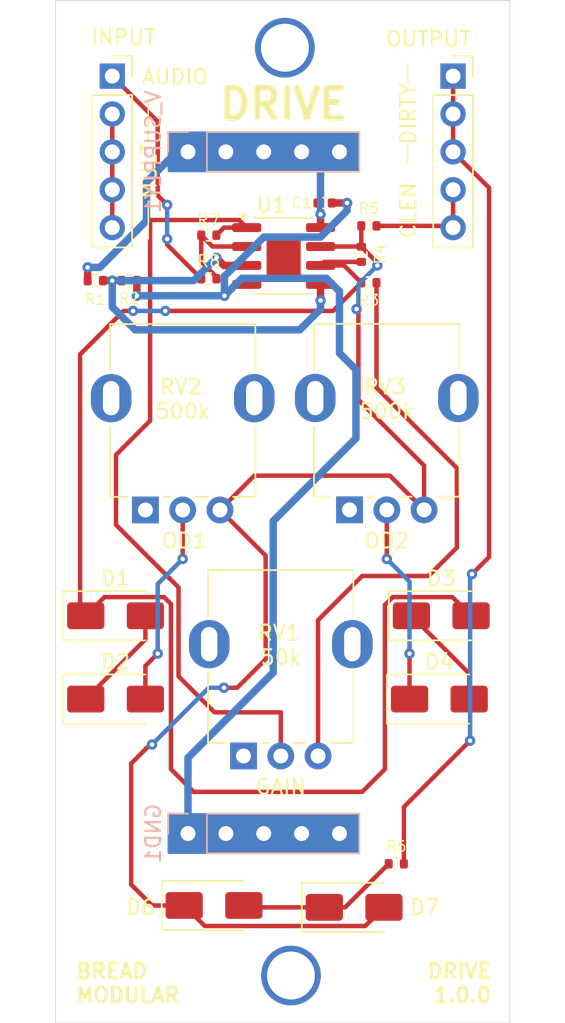
<source format=kicad_pcb>
(kicad_pcb (version 20240108) (generator "pcbnew") (generator_version "8.0")
  (layers (0 "F.Cu" signal) (31 "B.Cu" signal) (34 "B.Paste" user) (35 "F.Paste" user) (36 "B.SilkS" user "B.Silkscreen") (37 "F.SilkS" user "F.Silkscreen") (38 "B.Mask" user) (39 "F.Mask" user) (44 "Edge.Cuts" user))
  (net 0 "")
  (net 1 "GND")
  (net 2 "Net-(D1-A)")
  (net 3 "Net-(D1-K)")
  (net 4 "Net-(D2-A)")
  (net 5 "Net-(D3-K)")
  (net 6 "Net-(D4-K)")
  (net 7 "Net-(D6-A)")
  (net 8 "Net-(D6-K)")
  (net 9 "Net-(INPUT1-Pin_2)")
  (net 10 "AUDIO_IN")
  (net 11 "AUDIO_OUT_CLEAN")
  (net 12 "V_SUPPLY")
  (net 13 "AUDIO_OUT_DIRTY")
  (net 14 "V_MID")
  (net 15 "Net-(R3-Pad1)")
  (net 17 "Net-(U1A--)")
  (net 20 "Net-(R7-Pad2)")
  (footprint "Package_SO:SOIC-8-1EP_3.9x4.9mm_P1.27mm_EP2.29x3mm" (layer "F.Cu") (at 62.295 57.785)
    (property "Reference" "U1" (at -0.827 -3.429 0) (layer "F.SilkS"))
    (property "Value" "MCP6002-xSN")
    (fp_line (start 0 -2.56) (end -1.95 -2.56) (stroke (width 0.12)) (layer "F.SilkS"))
    (fp_line (start 0 -2.56) (end 1.95 -2.56) (stroke (width 0.12)) (layer "F.SilkS"))
    (fp_line (start 0 2.56) (end -1.95 2.56) (stroke (width 0.12)) (layer "F.SilkS"))
    (fp_line (start 0 2.56) (end 1.95 2.56) (stroke (width 0.12)) (layer "F.SilkS"))
    (fp_poly (pts (xy -2.7 -2.465) (xy -2.94 -2.795) (xy -2.46 -2.795) (xy -2.7 -2.465)) (stroke (width 0.12)) (fill solid) (layer "F.SilkS"))
    (pad "1" smd roundrect (at -2.475 -1.905) (size 1.95 0.6) (layers "F.Cu" "F.Paste" "F.Mask") (net 20 "Net-(R7-Pad2)"))
    (pad "2" smd roundrect (at -2.475 -0.635) (size 1.95 0.6) (layers "F.Cu" "F.Paste" "F.Mask") (net 17 "Net-(U1A--)"))
    (pad "3" smd roundrect (at -2.475 0.635) (size 1.95 0.6) (layers "F.Cu" "F.Paste" "F.Mask") (net 14 "V_MID"))
    (pad "4" smd roundrect (at -2.475 1.905) (size 1.95 0.6) (layers "F.Cu" "F.Paste" "F.Mask") (net 1 "GND"))
    (pad "5" smd roundrect (at 2.475 1.905) (size 1.95 0.6) (layers "F.Cu" "F.Paste" "F.Mask") (net 14 "V_MID"))
    (pad "6" smd roundrect (at 2.475 0.635) (size 1.95 0.6) (layers "F.Cu" "F.Paste" "F.Mask") (net 3 "Net-(D1-K)"))
    (pad "7" smd roundrect (at 2.475 -0.635) (size 1.95 0.6) (layers "F.Cu" "F.Paste" "F.Mask") (net 8 "Net-(D6-K)"))
    (pad "8" smd roundrect (at 2.475 -1.905) (size 1.95 0.6) (layers "F.Cu" "F.Paste" "F.Mask") (net 12 "V_SUPPLY"))
    (pad "9" smd rect (at 0 0) (size 2.29 3) (property pad_prop_heatsink) (layers "F.Cu" "F.Mask"))
  )
  (footprint "BreadModular_Pots:Potentiometer_RV09" (layer "F.Cu") (at 69.342 67.818)
    (property "Reference" "RV3" (at -0.254 -1.27 180) (layer "F.SilkS"))
    (property "Value" "500k" (at -0.127 0.381 180) (layer "F.SilkS"))
    (fp_line (start -5.007 6.112) (end -5.007 1.392) (stroke (width 0.12)) (layer "F.SilkS"))
    (fp_line (start -4.997 -2.418) (end -4.997 -5.478) (stroke (width 0.12)) (layer "F.SilkS"))
    (fp_line (start -3.817 6.112) (end -4.997 6.112) (stroke (width 0.12)) (layer "F.SilkS"))
    (fp_line (start -0.917 6.112) (end -1.447 6.112) (stroke (width 0.12)) (layer "F.SilkS"))
    (fp_line (start 1.533 6.112) (end 0.703 6.112) (stroke (width 0.12)) (layer "F.SilkS"))
    (fp_line (start 4.743 -5.478) (end -4.997 -5.478) (stroke (width 0.12)) (layer "F.SilkS"))
    (fp_line (start 4.743 -2.418) (end 4.743 -5.478) (stroke (width 0.12)) (layer "F.SilkS"))
    (fp_line (start 4.743 6.112) (end 3.253 6.112) (stroke (width 0.12)) (layer "F.SilkS"))
    (fp_line (start 4.743 6.112) (end 4.743 1.392) (stroke (width 0.12)) (layer "F.SilkS"))
    (pad "" thru_hole oval (at -4.927 -0.508 180) (size 2.72 3.24) (drill oval 1.1 2.3) (layers "*.Cu" "*.Mask"))
    (pad "" thru_hole oval (at 4.673 -0.508 180) (size 2.72 3.24) (drill oval 1.1 2.3) (layers "*.Cu" "*.Mask"))
    (pad "1" thru_hole rect (at -2.627 6.992 180) (size 1.8 1.8) (drill 1) (layers "*.Cu" "*.Mask"))
    (pad "2" thru_hole circle (at -0.127 6.992 180) (size 1.8 1.8) (drill 1) (layers "*.Cu" "*.Mask") (net 6 "Net-(D4-K)"))
    (pad "3" thru_hole circle (at 2.373 6.992 180) (size 1.8 1.8) (drill 1) (layers "*.Cu" "*.Mask") (net 8 "Net-(D6-K)"))
  )
  (footprint "Resistor_SMD:R_0402_1005Metric" (layer "F.Cu") (at 57.275 59.309)
    (property "Reference" "R8" (at 0 -1.17 0) (layer "F.SilkS") (effects (font (size 0.8 0.8) (thickness 0.1))))
    (property "Value" "100k")
    (fp_line (start -0.153641 -0.38) (end 0.153641 -0.38) (stroke (width 0.12)) (layer "F.SilkS"))
    (fp_line (start -0.153641 0.38) (end 0.153641 0.38) (stroke (width 0.12)) (layer "F.SilkS"))
    (pad "1" smd roundrect (at -0.51 0) (size 0.54 0.64) (layers "F.Cu" "F.Paste" "F.Mask") (net 10 "AUDIO_IN"))
    (pad "2" smd roundrect (at 0.51 0) (size 0.54 0.64) (layers "F.Cu" "F.Paste" "F.Mask") (net 17 "Net-(U1A--)"))
  )
  (footprint "Diode_SMD:D_SMA" (layer "F.Cu") (at 51.022 81.915)
    (property "Reference" "D1" (at 0 -2.5 0) (layer "F.SilkS"))
    (property "Value" "SS14")
    (fp_line (start -3.51 -1.65) (end -3.51 1.65) (stroke (width 0.12)) (layer "F.SilkS"))
    (fp_line (start -3.51 -1.65) (end 2 -1.65) (stroke (width 0.12)) (layer "F.SilkS"))
    (fp_line (start -3.51 1.65) (end 2 1.65) (stroke (width 0.12)) (layer "F.SilkS"))
    (pad "1" smd roundrect (at -2 0) (size 2.5 1.8) (layers "F.Cu" "F.Paste" "F.Mask") (roundrect_rratio 0.1388888889) (net 3 "Net-(D1-K)"))
    (pad "2" smd roundrect (at 2 0) (size 2.5 1.8) (layers "F.Cu" "F.Paste" "F.Mask") (roundrect_rratio 0.1388888889) (net 2 "Net-(D1-A)"))
  )
  (footprint "Diode_SMD:D_SMA" (layer "F.Cu") (at 67.024 101.473)
    (property "Reference" "D7" (at 4.731 0 0) (layer "F.SilkS"))
    (property "Value" "SS14")
    (fp_line (start -3.51 -1.65) (end -3.51 1.65) (stroke (width 0.12)) (layer "F.SilkS"))
    (fp_line (start -3.51 -1.65) (end 2 -1.65) (stroke (width 0.12)) (layer "F.SilkS"))
    (fp_line (start -3.51 1.65) (end 2 1.65) (stroke (width 0.12)) (layer "F.SilkS"))
    (pad "1" smd roundrect (at -2 0) (size 2.5 1.8) (layers "F.Cu" "F.Paste" "F.Mask") (roundrect_rratio 0.1388888889) (net 7 "Net-(D6-A)"))
    (pad "2" smd roundrect (at 2 0) (size 2.5 1.8) (layers "F.Cu" "F.Paste" "F.Mask") (roundrect_rratio 0.1388888889) (net 8 "Net-(D6-K)"))
  )
  (footprint "Resistor_SMD:R_0402_1005Metric" (layer "F.Cu") (at 51.941 59.436)
    (property "Reference" "R2" (at 0 1.185 0) (layer "F.SilkS") (effects (font (size 0.7 0.7) (thickness 0.1))))
    (property "Value" "1k")
    (fp_line (start -0.153641 -0.38) (end 0.153641 -0.38) (stroke (width 0.12)) (layer "F.SilkS"))
    (fp_line (start -0.153641 0.38) (end 0.153641 0.38) (stroke (width 0.12)) (layer "F.SilkS"))
    (pad "1" smd roundrect (at -0.51 0) (size 0.54 0.64) (layers "F.Cu" "F.Paste" "F.Mask") (net 14 "V_MID"))
    (pad "2" smd roundrect (at 0.51 0) (size 0.54 0.64) (layers "F.Cu" "F.Paste" "F.Mask") (net 1 "GND"))
  )
  (footprint "Diode_SMD:D_SMA" (layer "F.Cu") (at 57.626 101.346)
    (property "Reference" "D6" (at -4.921 0.127 0) (layer "F.SilkS"))
    (property "Value" "SS210")
    (fp_line (start -3.51 -1.65) (end -3.51 1.65) (stroke (width 0.12)) (layer "F.SilkS"))
    (fp_line (start -3.51 -1.65) (end 2 -1.65) (stroke (width 0.12)) (layer "F.SilkS"))
    (fp_line (start -3.51 1.65) (end 2 1.65) (stroke (width 0.12)) (layer "F.SilkS"))
    (pad "1" smd roundrect (at -2 0) (size 2.5 1.8) (layers "F.Cu" "F.Paste" "F.Mask") (roundrect_rratio 0.1388888889) (net 8 "Net-(D6-K)"))
    (pad "2" smd roundrect (at 2 0) (size 2.5 1.8) (layers "F.Cu" "F.Paste" "F.Mask") (roundrect_rratio 0.1388888889) (net 7 "Net-(D6-A)"))
  )
  (footprint "Connector_PinSocket_2.54mm:PinSocket_1x05_P2.54mm_Vertical" (layer "F.Cu") (at 50.8 45.72)
    (property "Reference" "INPUT1")
    (property "Value" "Conn_01x05_Socket")
    (fp_line (start -1.33 1.27) (end -1.33 11.49) (stroke (width 0.12)) (layer "F.SilkS"))
    (fp_line (start -1.33 1.27) (end 1.33 1.27) (stroke (width 0.12)) (layer "F.SilkS"))
    (fp_line (start -1.33 11.49) (end 1.33 11.49) (stroke (width 0.12)) (layer "F.SilkS"))
    (fp_line (start 0 -1.33) (end 1.33 -1.33) (stroke (width 0.12)) (layer "F.SilkS"))
    (fp_line (start 1.33 -1.33) (end 1.33 0) (stroke (width 0.12)) (layer "F.SilkS"))
    (fp_line (start 1.33 1.27) (end 1.33 11.49) (stroke (width 0.12)) (layer "F.SilkS"))
    (pad "1" thru_hole rect (at 0 0) (size 1.7 1.7) (drill 1) (layers "*.Cu" "*.Mask") (net 10 "AUDIO_IN"))
    (pad "2" thru_hole oval (at 0 2.54) (size 1.7 1.7) (drill 1) (layers "*.Cu" "*.Mask") (net 9 "Net-(INPUT1-Pin_2)"))
    (pad "3" thru_hole oval (at 0 5.08) (size 1.7 1.7) (drill 1) (layers "*.Cu" "*.Mask") (net 9 "Net-(INPUT1-Pin_2)"))
    (pad "4" thru_hole oval (at 0 7.62) (size 1.7 1.7) (drill 1) (layers "*.Cu" "*.Mask") (net 9 "Net-(INPUT1-Pin_2)"))
    (pad "5" thru_hole oval (at 0 10.16) (size 1.7 1.7) (drill 1) (layers "*.Cu" "*.Mask") (net 9 "Net-(INPUT1-Pin_2)"))
  )
  (footprint "Resistor_SMD:R_0402_1005Metric" (layer "F.Cu") (at 69.85 98.552)
    (property "Reference" "R6" (at 0 -1.17 0) (layer "F.SilkS") (effects (font (size 0.7 0.7) (thickness 0.1))))
    (property "Value" "1k")
    (fp_line (start -0.153641 -0.38) (end 0.153641 -0.38) (stroke (width 0.12)) (layer "F.SilkS"))
    (fp_line (start -0.153641 0.38) (end 0.153641 0.38) (stroke (width 0.12)) (layer "F.SilkS"))
    (pad "1" smd roundrect (at -0.51 0) (size 0.54 0.64) (layers "F.Cu" "F.Paste" "F.Mask") (net 7 "Net-(D6-A)"))
    (pad "2" smd roundrect (at 0.51 0) (size 0.54 0.64) (layers "F.Cu" "F.Paste" "F.Mask") (net 13 "AUDIO_OUT_DIRTY"))
  )
  (footprint "Diode_SMD:D_SMA" (layer "F.Cu") (at 72.866 81.915)
    (property "Reference" "D3" (at 0 -2.5 0) (layer "F.SilkS"))
    (property "Value" "SS14")
    (fp_line (start -3.51 -1.65) (end -3.51 1.65) (stroke (width 0.12)) (layer "F.SilkS"))
    (fp_line (start -3.51 -1.65) (end 2 -1.65) (stroke (width 0.12)) (layer "F.SilkS"))
    (fp_line (start -3.51 1.65) (end 2 1.65) (stroke (width 0.12)) (layer "F.SilkS"))
    (pad "1" smd roundrect (at -2 0) (size 2.5 1.8) (layers "F.Cu" "F.Paste" "F.Mask") (roundrect_rratio 0.1388888889) (net 5 "Net-(D3-K)"))
    (pad "2" smd roundrect (at 2 0) (size 2.5 1.8) (layers "F.Cu" "F.Paste" "F.Mask") (roundrect_rratio 0.1388888889) (net 3 "Net-(D1-K)"))
  )
  (footprint "BreadModular_Pots:Potentiometer_RV09" (layer "F.Cu") (at 55.652 67.828)
    (property "Reference" "RV2" (at -0.254 -1.27 180) (layer "F.SilkS"))
    (property "Value" "500k" (at -0.127 0.381 180) (layer "F.SilkS"))
    (fp_line (start -5.007 6.112) (end -5.007 1.392) (stroke (width 0.12)) (layer "F.SilkS"))
    (fp_line (start -4.997 -2.418) (end -4.997 -5.478) (stroke (width 0.12)) (layer "F.SilkS"))
    (fp_line (start -3.817 6.112) (end -4.997 6.112) (stroke (width 0.12)) (layer "F.SilkS"))
    (fp_line (start -0.917 6.112) (end -1.447 6.112) (stroke (width 0.12)) (layer "F.SilkS"))
    (fp_line (start 1.533 6.112) (end 0.703 6.112) (stroke (width 0.12)) (layer "F.SilkS"))
    (fp_line (start 4.743 -5.478) (end -4.997 -5.478) (stroke (width 0.12)) (layer "F.SilkS"))
    (fp_line (start 4.743 -2.418) (end 4.743 -5.478) (stroke (width 0.12)) (layer "F.SilkS"))
    (fp_line (start 4.743 6.112) (end 3.253 6.112) (stroke (width 0.12)) (layer "F.SilkS"))
    (fp_line (start 4.743 6.112) (end 4.743 1.392) (stroke (width 0.12)) (layer "F.SilkS"))
    (pad "" thru_hole oval (at -4.927 -0.508 180) (size 2.72 3.24) (drill oval 1.1 2.3) (layers "*.Cu" "*.Mask"))
    (pad "" thru_hole oval (at 4.673 -0.508 180) (size 2.72 3.24) (drill oval 1.1 2.3) (layers "*.Cu" "*.Mask"))
    (pad "1" thru_hole rect (at -2.627 6.992 180) (size 1.8 1.8) (drill 1) (layers "*.Cu" "*.Mask"))
    (pad "2" thru_hole circle (at -0.127 6.992 180) (size 1.8 1.8) (drill 1) (layers "*.Cu" "*.Mask") (net 4 "Net-(D2-A)"))
    (pad "3" thru_hole circle (at 2.373 6.992 180) (size 1.8 1.8) (drill 1) (layers "*.Cu" "*.Mask") (net 8 "Net-(D6-K)"))
  )
  (footprint "Resistor_SMD:R_0402_1005Metric" (layer "F.Cu") (at 67.502 57.67 90)
    (property "Reference" "R4" (at 0 1.27 90) (layer "F.SilkS") (effects (font (size 0.7 0.7) (thickness 0.1))))
    (property "Value" "51k")
    (fp_line (start -0.153641 -0.38) (end 0.153641 -0.38) (stroke (width 0.12)) (layer "F.SilkS"))
    (fp_line (start -0.153641 0.38) (end 0.153641 0.38) (stroke (width 0.12)) (layer "F.SilkS"))
    (pad "1" smd roundrect (at -0.51 0 90) (size 0.54 0.64) (layers "F.Cu" "F.Paste" "F.Mask") (net 3 "Net-(D1-K)"))
    (pad "2" smd roundrect (at 0.51 0 90) (size 0.54 0.64) (layers "F.Cu" "F.Paste" "F.Mask") (net 8 "Net-(D6-K)"))
  )
  (footprint "Resistor_SMD:R_0402_1005Metric" (layer "F.Cu") (at 68.012 55.765)
    (property "Reference" "R5" (at 0 -1.17 0) (layer "F.SilkS") (effects (font (size 0.7 0.7) (thickness 0.1))))
    (property "Value" "1k")
    (fp_line (start -0.153641 -0.38) (end 0.153641 -0.38) (stroke (width 0.12)) (layer "F.SilkS"))
    (fp_line (start -0.153641 0.38) (end 0.153641 0.38) (stroke (width 0.12)) (layer "F.SilkS"))
    (pad "1" smd roundrect (at -0.51 0) (size 0.54 0.64) (layers "F.Cu" "F.Paste" "F.Mask") (net 8 "Net-(D6-K)"))
    (pad "2" smd roundrect (at 0.51 0) (size 0.54 0.64) (layers "F.Cu" "F.Paste" "F.Mask") (net 11 "AUDIO_OUT_CLEAN"))
  )
  (footprint "Resistor_SMD:R_0402_1005Metric" (layer "F.Cu") (at 68.012 59.575 180)
    (property "Reference" "R3" (at 0 -1.17 0) (layer "F.SilkS") (effects (font (size 0.7 0.7) (thickness 0.1))))
    (property "Value" "1k")
    (fp_line (start -0.153641 0.38) (end 0.153641 0.38) (stroke (width 0.12)) (layer "F.SilkS"))
    (fp_line (start -0.153641 -0.38) (end 0.153641 -0.38) (stroke (width 0.12)) (layer "F.SilkS"))
    (pad "1" smd roundrect (at -0.51 0 180) (size 0.54 0.64) (layers "F.Cu" "F.Paste" "F.Mask") (net 15 "Net-(R3-Pad1)"))
    (pad "2" smd roundrect (at 0.51 0 180) (size 0.54 0.64) (layers "F.Cu" "F.Paste" "F.Mask") (net 3 "Net-(D1-K)"))
  )
  (footprint "Diode_SMD:D_SMA" (layer "F.Cu") (at 51.022 87.503)
    (property "Reference" "D2" (at 0 -2.5 0) (layer "F.SilkS"))
    (property "Value" "SS14")
    (fp_line (start -3.51 -1.65) (end -3.51 1.65) (stroke (width 0.12)) (layer "F.SilkS"))
    (fp_line (start -3.51 -1.65) (end 2 -1.65) (stroke (width 0.12)) (layer "F.SilkS"))
    (fp_line (start -3.51 1.65) (end 2 1.65) (stroke (width 0.12)) (layer "F.SilkS"))
    (pad "1" smd roundrect (at -2 0) (size 2.5 1.8) (layers "F.Cu" "F.Paste" "F.Mask") (roundrect_rratio 0.1388888889) (net 2 "Net-(D1-A)"))
    (pad "2" smd roundrect (at 2 0) (size 2.5 1.8) (layers "F.Cu" "F.Paste" "F.Mask") (roundrect_rratio 0.1388888889) (net 4 "Net-(D2-A)"))
  )
  (footprint "Capacitor_SMD:C_0402_1005Metric" (layer "F.Cu") (at 65.052 54.229)
    (property "Reference" "C1" (at -1.552 0 0) (layer "F.SilkS") (effects (font (size 0.7 0.7) (thickness 0.1))))
    (property "Value" "0.1uf")
    (fp_line (start -0.107836 -0.36) (end 0.107836 -0.36) (stroke (width 0.12)) (layer "F.SilkS"))
    (fp_line (start -0.107836 0.36) (end 0.107836 0.36) (stroke (width 0.12)) (layer "F.SilkS"))
    (pad "1" smd roundrect (at -0.48 0) (size 0.56 0.62) (layers "F.Cu" "F.Paste" "F.Mask") (net 12 "V_SUPPLY"))
    (pad "2" smd roundrect (at 0.48 0) (size 0.56 0.62) (layers "F.Cu" "F.Paste" "F.Mask") (net 1 "GND"))
  )
  (footprint "Connector_PinSocket_2.54mm:PinSocket_1x05_P2.54mm_Vertical" (layer "F.Cu") (at 73.66 45.72)
    (property "Reference" "OUTPUT1")
    (property "Value" "Conn_01x05_Socket")
    (fp_line (start -1.33 1.27) (end -1.33 11.49) (stroke (width 0.12)) (layer "F.SilkS"))
    (fp_line (start -1.33 1.27) (end 1.33 1.27) (stroke (width 0.12)) (layer "F.SilkS"))
    (fp_line (start -1.33 11.49) (end 1.33 11.49) (stroke (width 0.12)) (layer "F.SilkS"))
    (fp_line (start 0 -1.33) (end 1.33 -1.33) (stroke (width 0.12)) (layer "F.SilkS"))
    (fp_line (start 1.33 -1.33) (end 1.33 0) (stroke (width 0.12)) (layer "F.SilkS"))
    (fp_line (start 1.33 1.27) (end 1.33 11.49) (stroke (width 0.12)) (layer "F.SilkS"))
    (pad "1" thru_hole rect (at 0 0) (size 1.7 1.7) (drill 1) (layers "*.Cu" "*.Mask") (net 13 "AUDIO_OUT_DIRTY"))
    (pad "2" thru_hole oval (at 0 2.54) (size 1.7 1.7) (drill 1) (layers "*.Cu" "*.Mask") (net 13 "AUDIO_OUT_DIRTY"))
    (pad "3" thru_hole oval (at 0 5.08) (size 1.7 1.7) (drill 1) (layers "*.Cu" "*.Mask") (net 13 "AUDIO_OUT_DIRTY"))
    (pad "4" thru_hole oval (at 0 7.62) (size 1.7 1.7) (drill 1) (layers "*.Cu" "*.Mask") (net 11 "AUDIO_OUT_CLEAN"))
    (pad "5" thru_hole oval (at 0 10.16) (size 1.7 1.7) (drill 1) (layers "*.Cu" "*.Mask") (net 11 "AUDIO_OUT_CLEAN"))
  )
  (footprint "Resistor_SMD:R_0402_1005Metric" (layer "F.Cu") (at 57.275 56.388)
    (property "Reference" "R7" (at 0 -1.016 0) (layer "F.SilkS") (effects (font (size 0.8 0.8) (thickness 0.1))))
    (property "Value" "100k")
    (fp_line (start -0.153641 -0.38) (end 0.153641 -0.38) (stroke (width 0.12)) (layer "F.SilkS"))
    (fp_line (start -0.153641 0.38) (end 0.153641 0.38) (stroke (width 0.12)) (layer "F.SilkS"))
    (pad "1" smd roundrect (at -0.51 0) (size 0.54 0.64) (layers "F.Cu" "F.Paste" "F.Mask") (net 17 "Net-(U1A--)"))
    (pad "2" smd roundrect (at 0.51 0) (size 0.54 0.64) (layers "F.Cu" "F.Paste" "F.Mask") (net 20 "Net-(R7-Pad2)"))
  )
  (footprint "BreadModular_Pots:Potentiometer_RV09" (layer "F.Cu") (at 62.23 84.328)
    (property "Reference" "RV1" (at -0.254 -1.27 180) (layer "F.SilkS"))
    (property "Value" "50k" (at -0.127 0.381 180) (layer "F.SilkS"))
    (fp_line (start -5.007 6.112) (end -5.007 1.392) (stroke (width 0.12)) (layer "F.SilkS"))
    (fp_line (start -4.997 -2.418) (end -4.997 -5.478) (stroke (width 0.12)) (layer "F.SilkS"))
    (fp_line (start -3.817 6.112) (end -4.997 6.112) (stroke (width 0.12)) (layer "F.SilkS"))
    (fp_line (start -0.917 6.112) (end -1.447 6.112) (stroke (width 0.12)) (layer "F.SilkS"))
    (fp_line (start 1.533 6.112) (end 0.703 6.112) (stroke (width 0.12)) (layer "F.SilkS"))
    (fp_line (start 4.743 -5.478) (end -4.997 -5.478) (stroke (width 0.12)) (layer "F.SilkS"))
    (fp_line (start 4.743 -2.418) (end 4.743 -5.478) (stroke (width 0.12)) (layer "F.SilkS"))
    (fp_line (start 4.743 6.112) (end 3.253 6.112) (stroke (width 0.12)) (layer "F.SilkS"))
    (fp_line (start 4.743 6.112) (end 4.743 1.392) (stroke (width 0.12)) (layer "F.SilkS"))
    (pad "" thru_hole oval (at -4.927 -0.508 180) (size 2.72 3.24) (drill oval 1.1 2.3) (layers "*.Cu" "*.Mask"))
    (pad "" thru_hole oval (at 4.673 -0.508 180) (size 2.72 3.24) (drill oval 1.1 2.3) (layers "*.Cu" "*.Mask"))
    (pad "1" thru_hole rect (at -2.627 6.992 180) (size 1.8 1.8) (drill 1) (layers "*.Cu" "*.Mask"))
    (pad "2" thru_hole circle (at -0.127 6.992 180) (size 1.8 1.8) (drill 1) (layers "*.Cu" "*.Mask") (net 20 "Net-(R7-Pad2)"))
    (pad "3" thru_hole circle (at 2.373 6.992 180) (size 1.8 1.8) (drill 1) (layers "*.Cu" "*.Mask") (net 15 "Net-(R3-Pad1)"))
  )
  (footprint "Diode_SMD:D_SMA" (layer "F.Cu") (at 72.739 87.503)
    (property "Reference" "D4" (at 0 -2.5 0) (layer "F.SilkS"))
    (property "Value" "SS14")
    (fp_line (start -3.51 -1.65) (end -3.51 1.65) (stroke (width 0.12)) (layer "F.SilkS"))
    (fp_line (start -3.51 -1.65) (end 2 -1.65) (stroke (width 0.12)) (layer "F.SilkS"))
    (fp_line (start -3.51 1.65) (end 2 1.65) (stroke (width 0.12)) (layer "F.SilkS"))
    (pad "1" smd roundrect (at -2 0) (size 2.5 1.8) (layers "F.Cu" "F.Paste" "F.Mask") (roundrect_rratio 0.1388888889) (net 6 "Net-(D4-K)"))
    (pad "2" smd roundrect (at 2 0) (size 2.5 1.8) (layers "F.Cu" "F.Paste" "F.Mask") (roundrect_rratio 0.1388888889) (net 5 "Net-(D3-K)"))
  )
  (footprint "Resistor_SMD:R_0402_1005Metric" (layer "F.Cu") (at 49.659 59.436)
    (property "Reference" "R1" (at -0.002 1.27 0) (layer "F.SilkS") (effects (font (size 0.7 0.7) (thickness 0.1))))
    (property "Value" "1k")
    (fp_line (start -0.153641 -0.38) (end 0.153641 -0.38) (stroke (width 0.12)) (layer "F.SilkS"))
    (fp_line (start -0.153641 0.38) (end 0.153641 0.38) (stroke (width 0.12)) (layer "F.SilkS"))
    (pad "1" smd roundrect (at -0.51 0) (size 0.54 0.64) (layers "F.Cu" "F.Paste" "F.Mask") (net 12 "V_SUPPLY"))
    (pad "2" smd roundrect (at 0.51 0) (size 0.54 0.64) (layers "F.Cu" "F.Paste" "F.Mask") (net 14 "V_MID"))
  )
  (footprint "BreadModular_MISC:Power_Connector" (layer "B.Cu") (at 55.88 50.8 -90)
    (property "Reference" "V_SUPPLY1" (at 0 2.33 90) (layer "B.SilkS") (effects (justify mirror)))
    (property "Value" "Conn_01x05_Pin")
    (fp_line (start -1.33 1.33) (end -1.33 0) (stroke (width 0.12)) (layer "B.SilkS"))
    (fp_line (start 0 1.33) (end -1.33 1.33) (stroke (width 0.12)) (layer "B.SilkS"))
    (fp_line (start 1.33 -1.27) (end -1.33 -1.27) (stroke (width 0.12)) (layer "B.SilkS"))
    (fp_line (start -1.33 -11.49) (end -1.33 -1.27) (stroke (width 0.12)) (layer "B.SilkS"))
    (fp_line (start 1.33 -11.49) (end 1.33 -1.27) (stroke (width 0.12)) (layer "B.SilkS"))
    (fp_line (start 1.33 -11.49) (end -1.33 -11.49) (stroke (width 0.12)) (layer "B.SilkS"))
    (pad "1" thru_hole rect (at 0 0 270) (size 2 2) (drill 1) (layers "*.Cu" "*.Mask") (net 12 "V_SUPPLY"))
    (pad "2" thru_hole oval (at 0 -2.54 270) (size 2 2) (drill 1) (layers "*.Cu" "*.Mask") (net 12 "V_SUPPLY"))
    (pad "3" thru_hole oval (at 0 -5.08 270) (size 2 2) (drill 1) (layers "*.Cu" "*.Mask") (net 12 "V_SUPPLY"))
    (pad "4" thru_hole oval (at 0 -7.62 270) (size 2 2) (drill 1) (layers "*.Cu" "*.Mask") (net 12 "V_SUPPLY"))
    (pad "5" thru_hole oval (at 0 -10.16 270) (size 2 2) (drill 1) (layers "*.Cu" "*.Mask") (net 12 "V_SUPPLY"))
  )
  (footprint "BreadModular_MISC:Power_Connector" (layer "B.Cu") (at 55.88 96.52 -90)
    (property "Reference" "GND1" (at 0 2.33 90) (layer "B.SilkS") (effects (justify mirror)))
    (property "Value" "Conn_01x05_Pin")
    (fp_line (start -1.33 1.33) (end -1.33 0) (stroke (width 0.12)) (layer "B.SilkS"))
    (fp_line (start 0 1.33) (end -1.33 1.33) (stroke (width 0.12)) (layer "B.SilkS"))
    (fp_line (start 1.33 -1.27) (end -1.33 -1.27) (stroke (width 0.12)) (layer "B.SilkS"))
    (fp_line (start -1.33 -11.49) (end -1.33 -1.27) (stroke (width 0.12)) (layer "B.SilkS"))
    (fp_line (start 1.33 -11.49) (end 1.33 -1.27) (stroke (width 0.12)) (layer "B.SilkS"))
    (fp_line (start 1.33 -11.49) (end -1.33 -11.49) (stroke (width 0.12)) (layer "B.SilkS"))
    (pad "1" thru_hole rect (at 0 0 270) (size 2 2) (drill 1) (layers "*.Cu" "*.Mask") (net 1 "GND"))
    (pad "2" thru_hole oval (at 0 -2.54 270) (size 2 2) (drill 1) (layers "*.Cu" "*.Mask") (net 1 "GND"))
    (pad "3" thru_hole oval (at 0 -5.08 270) (size 2 2) (drill 1) (layers "*.Cu" "*.Mask") (net 1 "GND"))
    (pad "4" thru_hole oval (at 0 -7.62 270) (size 2 2) (drill 1) (layers "*.Cu" "*.Mask") (net 1 "GND"))
    (pad "5" thru_hole oval (at 0 -10.16 270) (size 2 2) (drill 1) (layers "*.Cu" "*.Mask") (net 1 "GND"))
  )
  (gr_poly (pts (xy 54.61 95.25) (xy 67.31 95.25) (xy 67.31 97.79) (xy 54.61 97.79)) (stroke (width 0.2)) (fill solid) (layer "B.Cu") (net 1))
  (gr_poly (pts (xy 54.61 52.07) (xy 67.31 52.07) (xy 67.31 49.53) (xy 54.61 49.53)) (stroke (width 0.2)) (fill solid) (layer "B.Cu") (net 12))
  (gr_line (start 70.612 51.562) (end 70.612 50.292) (stroke (width 0.1)) (layer "F.SilkS"))
  (gr_line (start 53.213 54.102) (end 53.213 56.642) (stroke (width 0.1)) (layer "F.SilkS"))
  (gr_line (start 53.213 50.165) (end 53.213 47.498) (stroke (width 0.1)) (layer "F.SilkS"))
  (gr_line (start 70.612 46.228) (end 70.612 44.958) (stroke (width 0.1)) (layer "F.SilkS"))
  (gr_line (start 46.99 109.22) (end 77.47 109.22) (stroke (width 0.05)) (layer "Edge.Cuts"))
  (gr_line (start 77.47 40.64) (end 46.99 40.64) (stroke (width 0.05)) (layer "Edge.Cuts"))
  (gr_line (start 46.99 40.64) (end 46.99 109.22) (stroke (width 0.05)) (layer "Edge.Cuts"))
  (gr_line (start 77.47 109.22) (end 77.47 40.64) (stroke (width 0.05)) (layer "Edge.Cuts"))
  (gr_text "OD1" (at 55.626 77.47 0) (layer "F.SilkS") (effects (font (size 1 1)) (justify bottom)))
  (gr_text "MULT" (at 53.848 52.07 90) (layer "F.SilkS") (effects (font (size 1 1)) (justify bottom)))
  (gr_text "CLEN" (at 71.247 54.737 90) (layer "F.SilkS") (effects (font (size 1 1)) (justify bottom)))
  (gr_text "INPUT" (at 49.276 43.688 0) (layer "F.SilkS") (effects (font (size 1 1)) (justify left bottom)))
  (gr_text "DRIVE\n1.0.0" (at 76.327 107.95 0) (layer "F.SilkS") (effects (font (size 1 1) (thickness 0.2) (bold yes)) (justify right bottom)))
  (gr_text "DRIVE" (at 57.785 48.768 0) (layer "F.SilkS") (effects (font (size 2 2) (thickness 0.4) (bold yes)) (justify left bottom)))
  (gr_text "OD2" (at 69.215 77.47 0) (layer "F.SilkS") (effects (font (size 1 1)) (justify bottom)))
  (gr_text "AUDIO" (at 52.705 46.355 0) (layer "F.SilkS") (effects (font (size 1 1)) (justify left bottom)))
  (gr_text "GAIN" (at 62.103 93.98 0) (layer "F.SilkS") (effects (font (size 1 1)) (justify bottom)))
  (gr_text "OUTPUT" (at 74.93 43.815 0) (layer "F.SilkS") (effects (font (size 1 1)) (justify right bottom)))
  (gr_text "DIRTY" (at 71.247 48.26 90) (layer "F.SilkS") (effects (font (size 1 1)) (justify bottom)))
  (gr_text "BREAD\nMODULAR" (at 48.26 107.95 0) (layer "F.SilkS") (effects (font (size 1 1) (thickness 0.2) (bold yes)) (justify left bottom)))
  (via (at 62.37758 43.815) (size 4) (drill 3.2) (layers "F.Cu" "B.Cu") (net 0))
  (via (at 62.784908 106.045) (size 4) (drill 3.2) (layers "F.Cu" "B.Cu") (net 0))
  (via (at 62.37758 43.815) (size 4) (drill 3.2) (layers "F.Cu" "B.Cu") (net 0))
  (via (at 62.784908 106.045) (size 4) (drill 3.2) (layers "F.Cu" "B.Cu") (net 0))
  (via (at 62.784908 106.045) (size 4) (drill 3.2) (layers "F.Cu" "B.Cu") (net 0))
  (via (at 62.784908 106.045) (size 4) (drill 3.2) (layers "F.Cu" "B.Cu") (net 0))
  (via (at 62.37758 43.815) (size 4) (drill 3.2) (layers "F.Cu" "B.Cu") (net 0))
  (via (at 62.37758 43.815) (size 4) (drill 3.2) (layers "F.Cu" "B.Cu") (net 0))
  (segment (start 65.532 54.229) (end 66.548 54.229) (width 0.5) (layer "F.Cu") (net 1))
  (segment (start 55.88 96.52) (end 66.04 96.52) (width 0.5) (layer "F.Cu") (net 1))
  (segment (start 59.0815 59.69) (end 59.82 59.69) (width 0.5) (layer "F.Cu") (net 1))
  (segment (start 58.3195 60.452) (end 59.0815 59.69) (width 0.5) (layer "F.Cu") (net 1))
  (segment (start 52.451 59.436) (end 52.451 60.452) (width 0.5) (layer "F.Cu") (net 1))
  (via (at 58.3195 60.452) (size 0.7) (drill 0.3) (layers "F.Cu" "B.Cu") (net 1))
  (via (at 52.451 60.452) (size 0.7) (drill 0.3) (layers "F.Cu" "B.Cu") (net 1))
  (via (at 66.548 54.229) (size 0.7) (drill 0.3) (layers "F.Cu" "B.Cu") (net 1))
  (segment (start 67.146 70.014) (end 61.595 75.565) (width 0.5) (layer "B.Cu") (net 1))
  (segment (start 60.96 56.515) (end 64.77 56.515) (width 0.5) (layer "B.Cu") (net 1))
  (segment (start 52.451 60.452) (end 58.3195 60.452) (width 0.5) (layer "B.Cu") (net 1))
  (segment (start 66.04 64.299) (end 67.146 65.405) (width 0.5) (layer "B.Cu") (net 1))
  (segment (start 66.548 54.737) (end 66.548 54.229) (width 0.5) (layer "B.Cu") (net 1))
  (segment (start 67.146 65.405) (end 67.146 70.014) (width 0.5) (layer "B.Cu") (net 1))
  (segment (start 58.3195 59.1555) (end 60.96 56.515) (width 0.5) (layer "B.Cu") (net 1))
  (segment (start 64.77 56.515) (end 66.548 54.737) (width 0.5) (layer "B.Cu") (net 1))
  (segment (start 58.3195 60.452) (end 59.489 59.2825) (width 0.5) (layer "B.Cu") (net 1))
  (segment (start 58.3195 60.452) (end 58.3195 59.1555) (width 0.5) (layer "B.Cu") (net 1))
  (segment (start 61.595 85.725) (end 55.88 91.44) (width 0.5) (layer "B.Cu") (net 1))
  (segment (start 65.164727 59.2825) (end 66.04 60.157773) (width 0.5) (layer "B.Cu") (net 1))
  (segment (start 61.595 75.565) (end 61.595 85.725) (width 0.5) (layer "B.Cu") (net 1))
  (segment (start 66.04 60.157773) (end 66.04 64.299) (width 0.5) (layer "B.Cu") (net 1))
  (segment (start 59.489 59.2825) (end 65.164727 59.2825) (width 0.5) (layer "B.Cu") (net 1))
  (segment (start 55.88 91.44) (end 55.88 96.52) (width 0.5) (layer "B.Cu") (net 1))
  (segment (start 53.022 81.915) (end 53.022 83.503) (width 0.3) (layer "F.Cu") (net 2))
  (segment (start 53.022 83.503) (end 49.022 87.503) (width 0.3) (layer "F.Cu") (net 2))
  (segment (start 67.502 58.18) (end 65.01 58.18) (width 0.3) (layer "F.Cu") (net 3))
  (segment (start 69.610544 80.665) (end 73.616 80.665) (width 0.3) (layer "F.Cu") (net 3))
  (segment (start 48.641 81.534) (end 49.022 81.915) (width 0.3) (layer "F.Cu") (net 3))
  (segment (start 52.197 61.468) (end 51.562 61.468) (width 0.3) (layer "F.Cu") (net 3))
  (segment (start 54.356 61.468) (end 65.609 61.468) (width 0.3) (layer "F.Cu") (net 3))
  (segment (start 49.022 81.915) (end 50.272 80.665) (width 0.3) (layer "F.Cu") (net 3))
  (segment (start 48.641 64.389) (end 48.641 81.534) (width 0.3) (layer "F.Cu") (net 3))
  (segment (start 54.737 92.202) (end 56.261 93.726) (width 0.3) (layer "F.Cu") (net 3))
  (segment (start 67.502 59.575) (end 66.347 58.42) (width 0.3) (layer "F.Cu") (net 3))
  (segment (start 56.261 93.726) (end 67.564 93.726) (width 0.3) (layer "F.Cu") (net 3))
  (segment (start 51.562 61.468) (end 48.641 64.389) (width 0.3) (layer "F.Cu") (net 3))
  (segment (start 67.564 93.726) (end 69.088 92.202) (width 0.3) (layer "F.Cu") (net 3))
  (segment (start 50.272 80.665) (end 54.277456 80.665) (width 0.3) (layer "F.Cu") (net 3))
  (segment (start 65.01 58.18) (end 64.77 58.42) (width 0.3) (layer "F.Cu") (net 3))
  (segment (start 65.609 61.468) (end 67.502 59.575) (width 0.3) (layer "F.Cu") (net 3))
  (segment (start 54.277456 80.665) (end 54.737 81.124544) (width 0.3) (layer "F.Cu") (net 3))
  (segment (start 73.616 80.665) (end 74.866 81.915) (width 0.3) (layer "F.Cu") (net 3))
  (segment (start 54.737 81.124544) (end 54.737 92.202) (width 0.3) (layer "F.Cu") (net 3))
  (segment (start 69.088 92.202) (end 69.088 81.187544) (width 0.3) (layer "F.Cu") (net 3))
  (segment (start 66.347 58.42) (end 64.77 58.42) (width 0.3) (layer "F.Cu") (net 3))
  (segment (start 69.088 81.187544) (end 69.610544 80.665) (width 0.3) (layer "F.Cu") (net 3))
  (via (at 54.356 61.468) (size 0.7) (drill 0.3) (layers "F.Cu" "B.Cu") (net 3))
  (via (at 52.197 61.468) (size 0.7) (drill 0.3) (layers "F.Cu" "B.Cu") (net 3))
  (segment (start 52.197 61.468) (end 54.356 61.468) (width 0.3) (layer "B.Cu") (net 3))
  (segment (start 53.022 87.503) (end 53.022 85.281) (width 0.3) (layer "F.Cu") (net 4))
  (segment (start 55.525 78.105) (end 55.525 74.82) (width 0.3) (layer "F.Cu") (net 4))
  (segment (start 53.022 85.281) (end 53.848 84.455) (width 0.3) (layer "F.Cu") (net 4))
  (via (at 53.848 84.455) (size 0.7) (drill 0.3) (layers "F.Cu" "B.Cu") (net 4))
  (via (at 55.525 78.105) (size 0.7) (drill 0.3) (layers "F.Cu" "B.Cu") (net 4))
  (segment (start 55.525 78.105) (end 53.848 79.782) (width 0.3) (layer "B.Cu") (net 4))
  (segment (start 53.848 79.782) (end 53.848 84.455) (width 0.3) (layer "B.Cu") (net 4))
  (segment (start 74.739 87.503) (end 74.739 85.788) (width 0.3) (layer "F.Cu") (net 5))
  (segment (start 74.739 85.788) (end 70.866 81.915) (width 0.3) (layer "F.Cu") (net 5))
  (segment (start 69.215 78.105) (end 69.215 74.81) (width 0.3) (layer "F.Cu") (net 6))
  (segment (start 70.739 87.503) (end 70.739 84.455) (width 0.3) (layer "F.Cu") (net 6))
  (via (at 69.215 78.105) (size 0.7) (drill 0.3) (layers "F.Cu" "B.Cu") (net 6))
  (via (at 70.739 84.455) (size 0.7) (drill 0.3) (layers "F.Cu" "B.Cu") (net 6))
  (segment (start 69.215 78.105) (end 70.739 79.629) (width 0.3) (layer "B.Cu") (net 6))
  (segment (start 70.739 79.629) (end 70.739 84.455) (width 0.3) (layer "B.Cu") (net 6))
  (segment (start 65.024 101.473) (end 66.419 101.473) (width 0.3) (layer "F.Cu") (net 7))
  (segment (start 65.024 101.473) (end 59.753 101.473) (width 0.3) (layer "F.Cu") (net 7))
  (segment (start 59.753 101.473) (end 59.626 101.346) (width 0.3) (layer "F.Cu") (net 7))
  (segment (start 66.419 101.473) (end 69.34 98.552) (width 0.3) (layer "F.Cu") (net 7))
  (segment (start 71.715 74.81) (end 69.422 72.517) (width 0.3) (layer "F.Cu") (net 8))
  (segment (start 71.715 71.842) (end 68.961 69.088) (width 0.3) (layer "F.Cu") (net 8))
  (segment (start 67.31 61.468) (end 67.183 61.341) (width 0.3) (layer "F.Cu") (net 8))
  (segment (start 68.58 58.238) (end 67.502 57.16) (width 0.3) (layer "F.Cu") (net 8))
  (segment (start 67.31 66.548) (end 67.31 61.468) (width 0.3) (layer "F.Cu") (net 8))
  (segment (start 60.328 72.517) (end 58.025 74.82) (width 0.3) (layer "F.Cu") (net 8))
  (segment (start 68.961 69.088) (end 67.31 67.437) (width 0.3) (layer "F.Cu") (net 8))
  (segment (start 52.07 91.821) (end 53.34 90.551) (width 0.3) (layer "F.Cu") (net 8))
  (segment (start 67.774 102.723) (end 57.003 102.723) (width 0.3) (layer "F.Cu") (net 8))
  (segment (start 53.34 90.551) (end 53.467 90.551) (width 0.3) (layer "F.Cu") (net 8))
  (segment (start 67.492 57.15) (end 67.502 57.16) (width 0.3) (layer "F.Cu") (net 8))
  (segment (start 57.003 102.723) (end 55.626 101.346) (width 0.3) (layer "F.Cu") (net 8))
  (segment (start 52.07 99.949) (end 52.07 91.821) (width 0.3) (layer "F.Cu") (net 8))
  (segment (start 67.31 67.437) (end 67.31 66.548) (width 0.3) (layer "F.Cu") (net 8))
  (segment (start 68.58 58.42) (end 68.58 58.238) (width 0.3) (layer "F.Cu") (net 8))
  (segment (start 61.087 77.882) (end 58.025 74.82) (width 0.3) (layer "F.Cu") (net 8))
  (segment (start 69.422 72.517) (end 60.328 72.517) (width 0.3) (layer "F.Cu") (net 8))
  (segment (start 64.77 57.15) (end 67.492 57.15) (width 0.3) (layer "F.Cu") (net 8))
  (segment (start 53.467 101.346) (end 52.07 99.949) (width 0.3) (layer "F.Cu") (net 8))
  (segment (start 58.293 86.741) (end 59.182 86.741) (width 0.3) (layer "F.Cu") (net 8))
  (segment (start 71.715 74.81) (end 71.715 71.842) (width 0.3) (layer "F.Cu") (net 8))
  (segment (start 69.024 101.473) (end 67.774 102.723) (width 0.3) (layer "F.Cu") (net 8))
  (segment (start 55.626 101.346) (end 53.467 101.346) (width 0.3) (layer "F.Cu") (net 8))
  (segment (start 59.182 86.741) (end 61.087 84.836) (width 0.3) (layer "F.Cu") (net 8))
  (segment (start 61.087 84.836) (end 61.087 77.882) (width 0.3) (layer "F.Cu") (net 8))
  (segment (start 67.502 57.16) (end 67.502 55.765) (width 0.3) (layer "F.Cu") (net 8))
  (via (at 58.293 86.741) (size 0.7) (drill 0.3) (layers "F.Cu" "B.Cu") (net 8))
  (via (at 68.58 58.42) (size 0.7) (drill 0.3) (layers "F.Cu" "B.Cu") (net 8))
  (via (at 53.467 90.551) (size 0.7) (drill 0.3) (layers "F.Cu" "B.Cu") (net 8))
  (via (at 67.183 61.341) (size 0.7) (drill 0.3) (layers "F.Cu" "B.Cu") (net 8))
  (segment (start 67.31 59.69) (end 68.58 58.42) (width 0.3) (layer "B.Cu") (net 8))
  (segment (start 53.467 90.551) (end 57.277 86.741) (width 0.3) (layer "B.Cu") (net 8))
  (segment (start 67.183 61.341) (end 67.31 61.214) (width 0.3) (layer "B.Cu") (net 8))
  (segment (start 67.31 61.214) (end 67.31 59.69) (width 0.3) (layer "B.Cu") (net 8))
  (segment (start 57.277 86.741) (end 58.293 86.741) (width 0.3) (layer "B.Cu") (net 8))
  (segment (start 50.8 48.26) (end 50.8 55.88) (width 0.3) (layer "F.Cu") (net 9))
  (segment (start 54.483 57.027) (end 56.765 59.309) (width 0.3) (layer "F.Cu") (net 10))
  (segment (start 54.483 56.642) (end 54.483 57.027) (width 0.3) (layer "F.Cu") (net 10))
  (segment (start 53.848 48.768) (end 50.8 45.72) (width 0.3) (layer "F.Cu") (net 10))
  (segment (start 54.483 54.356) (end 53.848 53.721) (width 0.3) (layer "F.Cu") (net 10))
  (segment (start 53.848 53.721) (end 53.848 48.768) (width 0.3) (layer "F.Cu") (net 10))
  (via (at 54.483 54.356) (size 0.7) (drill 0.3) (layers "F.Cu" "B.Cu") (net 10))
  (via (at 54.483 56.642) (size 0.7) (drill 0.3) (layers "F.Cu" "B.Cu") (net 10))
  (segment (start 54.483 54.356) (end 54.483 56.642) (width 0.3) (layer "B.Cu") (net 10))
  (segment (start 73.545 55.765) (end 73.66 55.88) (width 0.3) (layer "F.Cu") (net 11))
  (segment (start 73.66 55.88) (end 73.66 53.34) (width 0.3) (layer "F.Cu") (net 11))
  (segment (start 68.522 55.765) (end 73.545 55.765) (width 0.3) (layer "F.Cu") (net 11))
  (segment (start 64.77 54.427) (end 64.572 54.229) (width 0.5) (layer "F.Cu") (net 12))
  (segment (start 64.77 54.991) (end 64.77 54.427) (width 0.5) (layer "F.Cu") (net 12))
  (segment (start 49.149 59.436) (end 49.149 58.547) (width 0.5) (layer "F.Cu") (net 12))
  (segment (start 55.88 50.8) (end 66.04 50.8) (width 0.5) (layer "F.Cu") (net 12))
  (segment (start 64.77 55.88) (end 64.77 54.991) (width 0.5) (layer "F.Cu") (net 12))
  (via (at 64.77 54.991) (size 0.7) (drill 0.3) (layers "F.Cu" "B.Cu") (net 12))
  (via (at 49.149 58.547) (size 0.7) (drill 0.3) (layers "F.Cu" "B.Cu") (net 12))
  (segment (start 55.118 50.8) (end 55.88 50.8) (width 0.5) (layer "B.Cu") (net 12))
  (segment (start 64.77 54.991) (end 64.77 52.07) (width 0.5) (layer "B.Cu") (net 12))
  (segment (start 49.971478 58.547) (end 53.098 55.420478) (width 0.5) (layer "B.Cu") (net 12))
  (segment (start 49.149 58.547) (end 49.971478 58.547) (width 0.5) (layer "B.Cu") (net 12))
  (segment (start 53.098 55.420478) (end 53.098 52.82) (width 0.5) (layer "B.Cu") (net 12))
  (segment (start 53.098 52.82) (end 55.118 50.8) (width 0.5) (layer "B.Cu") (net 12))
  (segment (start 64.77 52.07) (end 63.5 50.8) (width 0.5) (layer "B.Cu") (net 12))
  (segment (start 74.93 79.121) (end 76.073 77.978) (width 0.3) (layer "F.Cu") (net 13))
  (segment (start 73.66 45.72) (end 73.66 50.8) (width 0.3) (layer "F.Cu") (net 13))
  (segment (start 76.073 77.978) (end 76.073 53.213) (width 0.3) (layer "F.Cu") (net 13))
  (segment (start 70.36 94.74) (end 74.803 90.297) (width 0.3) (layer "F.Cu") (net 13))
  (segment (start 76.073 53.213) (end 73.66 50.8) (width 0.3) (layer "F.Cu") (net 13))
  (segment (start 70.36 98.552) (end 70.36 94.74) (width 0.3) (layer "F.Cu") (net 13))
  (via (at 74.803 90.297) (size 0.7) (drill 0.3) (layers "F.Cu" "B.Cu") (net 13))
  (via (at 74.93 79.121) (size 0.7) (drill 0.3) (layers "F.Cu" "B.Cu") (net 13))
  (segment (start 74.803 79.248) (end 74.93 79.121) (width 0.3) (layer "B.Cu") (net 13))
  (segment (start 74.803 90.297) (end 74.803 79.248) (width 0.3) (layer "B.Cu") (net 13))
  (segment (start 58.293 58.42) (end 57.785 57.912) (width 0.5) (layer "F.Cu") (net 14))
  (segment (start 59.82 58.42) (end 58.293 58.42) (width 0.5) (layer "F.Cu") (net 14))
  (segment (start 64.77 59.69) (end 64.77 60.768) (width 0.5) (layer "F.Cu") (net 14))
  (segment (start 50.8 59.436) (end 50.169 59.436) (width 0.5) (layer "F.Cu") (net 14))
  (segment (start 51.431 59.436) (end 50.8 59.436) (width 0.5) (layer "F.Cu") (net 14))
  (via (at 57.785 57.912) (size 0.7) (drill 0.3) (layers "F.Cu" "B.Cu") (net 14))
  (via (at 64.77 60.768) (size 0.7) (drill 0.3) (layers "F.Cu" "B.Cu") (net 14))
  (via (at 50.8 59.436) (size 0.7) (drill 0.3) (layers "F.Cu" "B.Cu") (net 14))
  (segment (start 50.8 61.202371) (end 50.8 59.436) (width 0.5) (layer "B.Cu") (net 14))
  (segment (start 57.785 57.912) (end 56.261 59.436) (width 0.5) (layer "B.Cu") (net 14))
  (segment (start 64.77 61.341) (end 63.373 62.738) (width 0.5) (layer "B.Cu") (net 14))
  (segment (start 64.77 60.768) (end 64.77 61.341) (width 0.5) (layer "B.Cu") (net 14))
  (segment (start 52.335629 62.738) (end 50.8 61.202371) (width 0.5) (layer "B.Cu") (net 14))
  (segment (start 63.373 62.738) (end 52.335629 62.738) (width 0.5) (layer "B.Cu") (net 14))
  (segment (start 56.261 59.436) (end 50.8 59.436) (width 0.5) (layer "B.Cu") (net 14))
  (segment (start 64.603 91.32) (end 64.603 82.209) (width 0.3) (layer "F.Cu") (net 15))
  (segment (start 68.522 66.617) (end 68.522 59.575) (width 0.3) (layer "F.Cu") (net 15))
  (segment (start 73.914 77.343) (end 73.914 72.009) (width 0.3) (layer "F.Cu") (net 15))
  (segment (start 72.009 79.248) (end 73.914 77.343) (width 0.3) (layer "F.Cu") (net 15))
  (segment (start 73.914 72.009) (end 68.522 66.617) (width 0.3) (layer "F.Cu") (net 15))
  (segment (start 64.603 82.209) (end 67.564 79.248) (width 0.3) (layer "F.Cu") (net 15))
  (segment (start 67.564 79.248) (end 72.009 79.248) (width 0.3) (layer "F.Cu") (net 15))
  (segment (start 56.765 56.388) (end 57.527 57.15) (width 0.3) (layer "F.Cu") (net 17))
  (segment (start 56.765 56.388) (end 56.765 58.162) (width 0.3) (layer "F.Cu") (net 17))
  (segment (start 56.765 58.162) (end 57.785 59.182) (width 0.3) (layer "F.Cu") (net 17))
  (segment (start 57.785 59.182) (end 57.785 59.309) (width 0.3) (layer "F.Cu") (net 17))
  (segment (start 57.527 57.15) (end 59.82 57.15) (width 0.3) (layer "F.Cu") (net 17))
  (segment (start 53.34 68.834) (end 51.054 71.12) (width 0.3) (layer "F.Cu") (net 20))
  (segment (start 51.054 71.12) (end 51.054 75.819) (width 0.3) (layer "F.Cu") (net 20))
  (segment (start 53.34 55.372) (end 53.34 68.834) (width 0.3) (layer "F.Cu") (net 20))
  (segment (start 55.245 85.979) (end 57.658 88.392) (width 0.3) (layer "F.Cu") (net 20))
  (segment (start 59.82 55.88) (end 59.312 55.372) (width 0.3) (layer "F.Cu") (net 20))
  (segment (start 57.658 88.392) (end 62.103 88.392) (width 0.3) (layer "F.Cu") (net 20))
  (segment (start 62.103 88.392) (end 62.103 91.32) (width 0.3) (layer "F.Cu") (net 20))
  (segment (start 59.312 55.372) (end 53.34 55.372) (width 0.3) (layer "F.Cu") (net 20))
  (segment (start 51.054 75.819) (end 55.245 80.01) (width 0.3) (layer "F.Cu") (net 20))
  (segment (start 58.293 55.88) (end 57.785 56.388) (width 0.3) (layer "F.Cu") (net 20))
  (segment (start 55.245 80.01) (end 55.245 85.979) (width 0.3) (layer "F.Cu") (net 20))
  (segment (start 59.82 55.88) (end 58.293 55.88) (width 0.3) (layer "F.Cu") (net 20))
)
</source>
